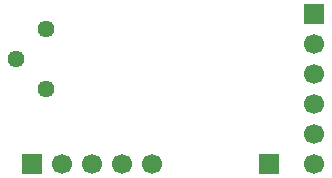
<source format=gbr>
%TF.GenerationSoftware,KiCad,Pcbnew,9.0.3*%
%TF.CreationDate,2025-09-20T16:11:44+08:00*%
%TF.ProjectId,Atari2600_2TransistorCompMod,41746172-6932-4363-9030-5f325472616e,rev?*%
%TF.SameCoordinates,Original*%
%TF.FileFunction,Soldermask,Bot*%
%TF.FilePolarity,Negative*%
%FSLAX46Y46*%
G04 Gerber Fmt 4.6, Leading zero omitted, Abs format (unit mm)*
G04 Created by KiCad (PCBNEW 9.0.3) date 2025-09-20 16:11:44*
%MOMM*%
%LPD*%
G01*
G04 APERTURE LIST*
%ADD10R,1.700000X1.700000*%
%ADD11C,1.700000*%
%ADD12C,1.440000*%
G04 APERTURE END LIST*
D10*
%TO.C,J3*%
X93726000Y-58928000D03*
D11*
X93726000Y-61468000D03*
X93726000Y-64008000D03*
X93726000Y-66548000D03*
X93726000Y-69088000D03*
X93726000Y-71628000D03*
%TD*%
D10*
%TO.C,J2*%
X89916000Y-71628000D03*
%TD*%
D12*
%TO.C,RV1*%
X71060000Y-60198000D03*
X68520000Y-62738000D03*
X71060000Y-65278000D03*
%TD*%
D10*
%TO.C,J1*%
X69850000Y-71628000D03*
D11*
X72390000Y-71628000D03*
X74930000Y-71628000D03*
X77470000Y-71628000D03*
X80010000Y-71628000D03*
%TD*%
M02*

</source>
